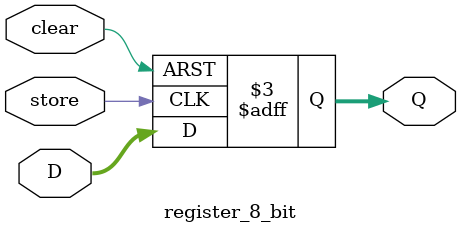
<source format=v>
module register_8_bit(
	input [7:0] D,
	input clear,
	input store,
	output reg [7:0] Q
);

// buttons are active low so look for negedges and test for !clear
always @(negedge clear, negedge store)
	if (!clear)
		Q <= 8'b0000_0000;
	else
		Q <= D;

endmodule

</source>
